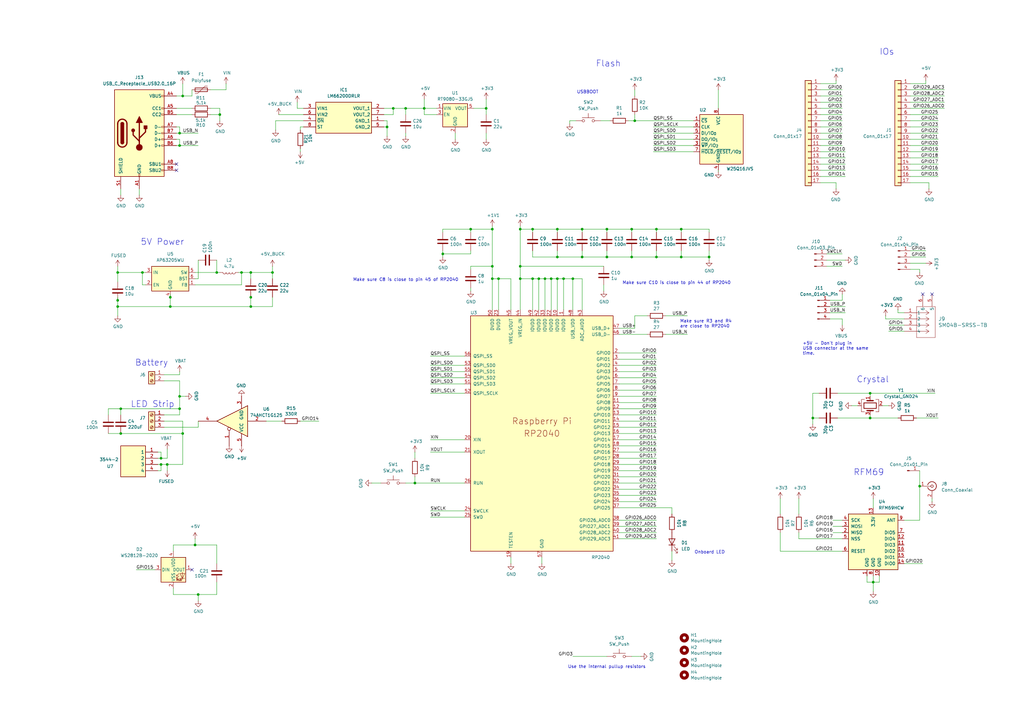
<source format=kicad_sch>
(kicad_sch (version 20250114) (generator "eeschema") (generator_version "9.0")
  (paper "A3")
  (title_block (title "PicoLume Receiver") (date "2024-11-05") (rev "REV1") (company "Bradford Henson") (comment 1 "Based on Pi Pico Minimal Design"))
  (text "Use the internal pullup resistors" (at 232.918 274.32 0) (effects (font (size 1.27 1.27)) (justify left bottom)))
  (text "RFM69" (at 350.012 195.326 0) (effects (font (size 2.54 2.54)) (justify left bottom)))
  (text "IOs" (at 360.68 22.86 0) (effects (font (size 2.54 2.54)) (justify left bottom)))
  (text "Crystal" (at 351.282 157.226 0) (effects (font (size 2.54 2.54)) (justify left bottom)))
  (text "Make sure C8 is close to pin 45 of RP2040" (at 144.78 115.57 0) (effects (font (size 1.27 1.27)) (justify left bottom)))
  (text "+5V - Don't plug in\nUSB connector at the same\ntime." (at 329.184 145.796 0) (effects (font (size 1.27 1.27)) (justify left bottom)))
  (text "Battery" (at 55.372 150.368 0) (effects (font (size 2.54 2.54)) (justify left bottom)))
  (text "LED Strip" (at 53.594 167.386 0) (effects (font (size 2.54 2.54)) (justify left bottom)))
  (text "USBBOOT" (at 241.046 37.846 0) (effects (font (size 1.27 1.27))))
  (text "Make sure C10 is close to pin 44 of RP2040" (at 255.27 116.84 0) (effects (font (size 1.27 1.27)) (justify left bottom)))
  (text "Onboard LED" (at 291.084 226.568 0) (effects (font (size 1.27 1.27))))
  (text "Make sure R3 and R4 \nare close to RP2040" (at 278.892 134.62 0) (effects (font (size 1.27 1.27)) (justify left bottom)))
  (text "5V Power" (at 57.658 100.838 0) (effects (font (size 2.54 2.54)) (justify left bottom)))
  (text "Flash" (at 244.348 27.686 0) (effects (font (size 2.54 2.54)) (justify left bottom)))
  (junction (at 269.24 105.41))
  (junction (at 259.08 93.98))
  (junction (at 226.06 114.3))
  (junction (at 223.52 114.3))
  (junction (at 73.66 167.64))
  (junction (at 201.93 109.22))
  (junction (at 213.36 109.22))
  (junction (at 193.04 93.98))
  (junction (at 213.36 114.3))
  (junction (at 90.17 46.99))
  (junction (at 99.06 111.76))
  (junction (at 49.53 177.8))
  (junction (at 88.9 111.76))
  (junction (at 333.375 171.45))
  (junction (at 161.29 44.45))
  (junction (at 166.37 44.45))
  (junction (at 201.93 114.3))
  (junction (at 204.47 114.3))
  (junction (at 228.6 114.3))
  (junction (at 80.01 223.52))
  (junction (at 181.61 104.14))
  (junction (at 102.87 125.73))
  (junction (at 248.92 105.41))
  (junction (at 228.6 105.41))
  (junction (at 356.87 171.45))
  (junction (at 238.76 93.98))
  (junction (at 111.76 111.76))
  (junction (at 48.26 125.73))
  (junction (at 49.53 167.64))
  (junction (at 69.85 125.73))
  (junction (at 290.83 105.41))
  (junction (at 58.42 111.76))
  (junction (at 269.24 93.98))
  (junction (at 66.04 190.5))
  (junction (at 248.92 93.98))
  (junction (at 102.87 121.92))
  (junction (at 102.87 111.76))
  (junction (at 356.87 161.29))
  (junction (at 218.44 93.98))
  (junction (at 173.99 44.45))
  (junction (at 73.66 59.69))
  (junction (at 201.93 93.98))
  (junction (at 158.75 52.07))
  (junction (at 69.85 121.92))
  (junction (at 48.26 123.19))
  (junction (at 68.58 190.5))
  (junction (at 48.26 111.76))
  (junction (at 74.93 39.37))
  (junction (at 66.04 187.96))
  (junction (at 259.08 105.41))
  (junction (at 199.39 44.45))
  (junction (at 231.14 114.3))
  (junction (at 260.35 49.53))
  (junction (at 279.4 105.41))
  (junction (at 74.93 177.8))
  (junction (at 377.19 199.39))
  (junction (at 279.4 93.98))
  (junction (at 220.98 114.3))
  (junction (at 213.36 93.98))
  (junction (at 218.44 114.3))
  (junction (at 238.76 105.41))
  (junction (at 358.14 238.76))
  (junction (at 81.28 243.84))
  (junction (at 170.18 198.12))
  (junction (at 73.66 162.56))
  (junction (at 228.6 93.98))
  (junction (at 234.95 114.3))
  (junction (at 73.66 54.61))
  (no_connect (at 378.46 120.65))
  (no_connect (at 72.39 67.31))
  (no_connect (at 72.39 69.85))
  (no_connect (at 78.74 233.68))
  (no_connect (at 382.27 120.65))
  (wire (pts (xy 340.36 130.81) (xy 345.44 130.81)))
  (wire (pts (xy 364.49 135.89) (xy 370.84 135.89)))
  (wire (pts (xy 259.08 93.98) (xy 269.24 93.98)))
  (wire (pts (xy 166.37 54.61) (xy 166.37 55.88)))
  (wire (pts (xy 223.52 114.3) (xy 226.06 114.3)))
  (wire (pts (xy 201.93 114.3) (xy 201.93 127)))
  (wire (pts (xy 254 170.18) (xy 269.24 170.18)))
  (wire (pts (xy 67.31 170.18) (xy 73.66 170.18)))
  (wire (pts (xy 181.61 104.14) (xy 193.04 104.14)))
  (wire (pts (xy 248.92 93.98) (xy 259.08 93.98)))
  (wire (pts (xy 260.35 129.54) (xy 260.35 134.62)))
  (wire (pts (xy 358.14 236.22) (xy 358.14 238.76)))
  (wire (pts (xy 102.87 121.92) (xy 102.87 125.73)))
  (wire (pts (xy 279.4 93.98) (xy 290.83 93.98)))
  (wire (pts (xy 199.39 40.64) (xy 199.39 44.45)))
  (wire (pts (xy 238.76 105.41) (xy 248.92 105.41)))
  (wire (pts (xy 102.87 125.73) (xy 69.85 125.73)))
  (wire (pts (xy 97.79 111.76) (xy 99.06 111.76)))
  (wire (pts (xy 356.87 170.18) (xy 356.87 171.45)))
  (wire (pts (xy 199.39 54.61) (xy 199.39 57.15)))
  (wire (pts (xy 231.14 114.3) (xy 234.95 114.3)))
  (wire (pts (xy 290.83 102.87) (xy 290.83 105.41)))
  (wire (pts (xy 284.48 62.23) (xy 267.97 62.23)))
  (wire (pts (xy 373.38 59.69) (xy 384.81 59.69)))
  (wire (pts (xy 109.22 172.72) (xy 115.57 172.72)))
  (wire (pts (xy 238.76 95.25) (xy 238.76 93.98)))
  (wire (pts (xy 340.36 125.73) (xy 346.71 125.73)))
  (wire (pts (xy 201.93 92.71) (xy 201.93 93.98)))
  (wire (pts (xy 254 182.88) (xy 269.24 182.88)))
  (wire (pts (xy 246.38 49.53) (xy 250.19 49.53)))
  (wire (pts (xy 166.37 198.12) (xy 170.18 198.12)))
  (wire (pts (xy 336.55 36.83) (xy 345.44 36.83)))
  (wire (pts (xy 373.38 49.53) (xy 384.81 49.53)))
  (wire (pts (xy 373.38 107.95) (xy 379.73 107.95)))
  (wire (pts (xy 72.39 57.15) (xy 73.66 57.15)))
  (wire (pts (xy 228.6 105.41) (xy 218.44 105.41)))
  (wire (pts (xy 373.38 74.93) (xy 381 74.93)))
  (wire (pts (xy 254 208.28) (xy 275.59 208.28)))
  (wire (pts (xy 361.95 166.37) (xy 364.49 166.37)))
  (wire (pts (xy 327.66 218.44) (xy 327.66 220.98)))
  (wire (pts (xy 218.44 114.3) (xy 220.98 114.3)))
  (wire (pts (xy 123.19 172.72) (xy 130.81 172.72)))
  (wire (pts (xy 80.01 116.84) (xy 99.06 116.84)))
  (wire (pts (xy 254 203.2) (xy 269.24 203.2)))
  (wire (pts (xy 254 137.16) (xy 265.43 137.16)))
  (wire (pts (xy 74.93 190.5) (xy 68.58 190.5)))
  (wire (pts (xy 254 144.78) (xy 269.24 144.78)))
  (wire (pts (xy 267.97 52.07) (xy 284.48 52.07)))
  (wire (pts (xy 327.66 204.47) (xy 327.66 210.82)))
  (wire (pts (xy 273.05 129.54) (xy 281.94 129.54)))
  (wire (pts (xy 234.95 114.3) (xy 238.76 114.3)))
  (wire (pts (xy 209.55 127) (xy 209.55 114.3)))
  (wire (pts (xy 72.39 46.99) (xy 78.74 46.99)))
  (wire (pts (xy 238.76 102.87) (xy 238.76 105.41)))
  (wire (pts (xy 373.38 57.15) (xy 384.81 57.15)))
  (wire (pts (xy 254 149.86) (xy 269.24 149.86)))
  (wire (pts (xy 44.45 177.8) (xy 49.53 177.8)))
  (wire (pts (xy 201.93 109.22) (xy 201.93 114.3)))
  (wire (pts (xy 364.49 133.35) (xy 370.84 133.35)))
  (wire (pts (xy 74.93 172.72) (xy 74.93 177.8)))
  (wire (pts (xy 74.93 177.8) (xy 74.93 190.5)))
  (wire (pts (xy 269.24 105.41) (xy 279.4 105.41)))
  (wire (pts (xy 233.68 49.53) (xy 233.68 50.8)))
  (wire (pts (xy 99.06 111.76) (xy 102.87 111.76)))
  (wire (pts (xy 181.61 93.98) (xy 193.04 93.98)))
  (wire (pts (xy 341.63 213.36) (xy 345.44 213.36)))
  (wire (pts (xy 254 218.44) (xy 269.24 218.44)))
  (wire (pts (xy 260.35 46.99) (xy 260.35 49.53)))
  (wire (pts (xy 88.9 111.76) (xy 90.17 111.76)))
  (wire (pts (xy 173.99 46.99) (xy 173.99 44.45)))
  (wire (pts (xy 66.04 187.96) (xy 68.58 187.96)))
  (wire (pts (xy 336.55 62.23) (xy 346.71 62.23)))
  (wire (pts (xy 64.77 193.04) (xy 66.04 193.04)))
  (wire (pts (xy 48.26 111.76) (xy 58.42 111.76)))
  (wire (pts (xy 327.66 220.98) (xy 345.44 220.98)))
  (wire (pts (xy 181.61 102.87) (xy 181.61 104.14)))
  (wire (pts (xy 336.55 74.93) (xy 342.9 74.93)))
  (wire (pts (xy 64.77 185.42) (xy 66.04 185.42)))
  (wire (pts (xy 157.48 52.07) (xy 158.75 52.07)))
  (wire (pts (xy 173.99 44.45) (xy 179.07 44.45)))
  (wire (pts (xy 99.06 116.84) (xy 99.06 111.76)))
  (wire (pts (xy 176.53 157.48) (xy 190.5 157.48)))
  (wire (pts (xy 88.9 238.76) (xy 88.9 243.84)))
  (wire (pts (xy 238.76 114.3) (xy 238.76 127)))
  (wire (pts (xy 193.04 93.98) (xy 201.93 93.98)))
  (wire (pts (xy 67.31 175.26) (xy 81.28 175.26)))
  (wire (pts (xy 57.15 77.47) (xy 57.15 80.01)))
  (wire (pts (xy 213.36 109.22) (xy 247.65 109.22)))
  (wire (pts (xy 294.64 70.485) (xy 294.64 69.85)))
  (wire (pts (xy 223.52 127) (xy 223.52 114.3)))
  (wire (pts (xy 158.75 49.53) (xy 158.75 52.07)))
  (wire (pts (xy 121.92 41.91) (xy 121.92 44.45)))
  (wire (pts (xy 201.93 93.98) (xy 201.93 109.22)))
  (wire (pts (xy 48.26 125.73) (xy 48.26 129.54)))
  (wire (pts (xy 336.55 72.39) (xy 346.71 72.39)))
  (wire (pts (xy 373.38 39.37) (xy 387.35 39.37)))
  (wire (pts (xy 123.19 52.07) (xy 124.46 52.07)))
  (wire (pts (xy 69.85 120.65) (xy 69.85 121.92)))
  (wire (pts (xy 176.53 152.4) (xy 190.5 152.4)))
  (wire (pts (xy 88.9 111.76) (xy 88.9 106.68)))
  (wire (pts (xy 226.06 114.3) (xy 228.6 114.3)))
  (wire (pts (xy 48.26 125.73) (xy 69.85 125.73)))
  (wire (pts (xy 218.44 93.98) (xy 228.6 93.98)))
  (wire (pts (xy 358.14 238.76) (xy 360.68 238.76)))
  (wire (pts (xy 259.08 95.25) (xy 259.08 93.98)))
  (wire (pts (xy 49.53 167.64) (xy 73.66 167.64)))
  (wire (pts (xy 113.03 49.53) (xy 113.03 53.34)))
  (wire (pts (xy 80.01 111.76) (xy 88.9 111.76)))
  (wire (pts (xy 194.31 44.45) (xy 199.39 44.45)))
  (wire (pts (xy 284.48 57.15) (xy 267.97 57.15)))
  (wire (pts (xy 69.85 121.92) (xy 69.85 125.73)))
  (wire (pts (xy 49.53 77.47) (xy 49.53 80.01)))
  (wire (pts (xy 157.48 46.99) (xy 161.29 46.99)))
  (wire (pts (xy 81.28 243.84) (xy 81.28 246.38)))
  (wire (pts (xy 73.66 162.56) (xy 73.66 167.64)))
  (wire (pts (xy 179.07 46.99) (xy 173.99 46.99)))
  (wire (pts (xy 218.44 95.25) (xy 218.44 93.98)))
  (wire (pts (xy 166.37 46.99) (xy 166.37 44.45)))
  (wire (pts (xy 213.36 93.98) (xy 218.44 93.98)))
  (wire (pts (xy 231.14 114.3) (xy 231.14 127)))
  (wire (pts (xy 373.38 110.49) (xy 377.19 110.49)))
  (wire (pts (xy 220.98 127) (xy 220.98 114.3)))
  (wire (pts (xy 68.58 190.5) (xy 68.58 193.04)))
  (wire (pts (xy 102.87 111.76) (xy 111.76 111.76)))
  (wire (pts (xy 340.36 123.19) (xy 345.44 123.19)))
  (wire (pts (xy 339.09 106.68) (xy 346.71 106.68)))
  (wire (pts (xy 333.375 171.45) (xy 333.375 173.99)))
  (wire (pts (xy 336.55 49.53) (xy 345.44 49.53)))
  (wire (pts (xy 254 134.62) (xy 260.35 134.62)))
  (wire (pts (xy 368.3 127) (xy 368.3 128.27)))
  (wire (pts (xy 102.87 120.65) (xy 102.87 121.92)))
  (wire (pts (xy 336.55 46.99) (xy 345.44 46.99)))
  (wire (pts (xy 213.36 93.98) (xy 213.36 109.22)))
  (wire (pts (xy 190.5 185.42) (xy 176.53 185.42)))
  (wire (pts (xy 123.19 52.07) (xy 123.19 53.34)))
  (wire (pts (xy 370.84 231.14) (xy 378.46 231.14)))
  (wire (pts (xy 73.66 57.15) (xy 73.66 59.69)))
  (wire (pts (xy 373.38 52.07) (xy 384.81 52.07)))
  (wire (pts (xy 190.5 146.05) (xy 176.53 146.05)))
  (wire (pts (xy 59.69 116.84) (xy 58.42 116.84)))
  (wire (pts (xy 279.4 102.87) (xy 279.4 105.41)))
  (wire (pts (xy 73.66 152.4) (xy 73.66 153.67)))
  (wire (pts (xy 375.92 171.45) (xy 384.81 171.45)))
  (wire (pts (xy 71.12 241.3) (xy 71.12 243.84)))
  (wire (pts (xy 86.36 44.45) (xy 90.17 44.45)))
  (wire (pts (xy 336.55 54.61) (xy 345.44 54.61)))
  (wire (pts (xy 49.53 177.8) (xy 74.93 177.8)))
  (wire (pts (xy 355.6 238.76) (xy 358.14 238.76)))
  (wire (pts (xy 220.98 114.3) (xy 223.52 114.3)))
  (wire (pts (xy 254 180.34) (xy 269.24 180.34)))
  (wire (pts (xy 254 160.02) (xy 269.24 160.02)))
  (wire (pts (xy 373.38 36.83) (xy 387.35 36.83)))
  (wire (pts (xy 193.04 104.14) (xy 193.04 102.87)))
  (wire (pts (xy 228.6 95.25) (xy 228.6 93.98)))
  (wire (pts (xy 254 213.36) (xy 269.24 213.36)))
  (wire (pts (xy 72.39 39.37) (xy 74.93 39.37)))
  (wire (pts (xy 238.76 93.98) (xy 248.92 93.98)))
  (wire (pts (xy 213.36 109.22) (xy 213.36 114.3)))
  (wire (pts (xy 80.01 223.52) (xy 71.12 223.52)))
  (wire (pts (xy 72.39 59.69) (xy 73.66 59.69)))
  (wire (pts (xy 373.38 54.61) (xy 384.81 54.61)))
  (wire (pts (xy 86.36 36.83) (xy 92.71 36.83)))
  (wire (pts (xy 213.36 92.71) (xy 213.36 93.98)))
  (wire (pts (xy 64.77 190.5) (xy 66.04 190.5)))
  (wire (pts (xy 58.42 116.84) (xy 58.42 111.76)))
  (wire (pts (xy 66.04 193.04) (xy 66.04 190.5)))
  (wire (pts (xy 81.28 114.3) (xy 81.28 106.68)))
  (wire (pts (xy 254 162.56) (xy 269.24 162.56)))
  (wire (pts (xy 193.04 110.49) (xy 193.04 109.22)))
  (wire (pts (xy 284.48 59.69) (xy 267.97 59.69)))
  (wire (pts (xy 80.01 114.3) (xy 81.28 114.3)))
  (wire (pts (xy 373.38 102.87) (xy 379.73 102.87)))
  (wire (pts (xy 111.76 111.76) (xy 111.76 109.22)))
  (wire (pts (xy 320.04 204.47) (xy 320.04 210.82)))
  (wire (pts (xy 157.48 44.45) (xy 161.29 44.45)))
  (wire (pts (xy 86.36 46.99) (xy 90.17 46.99)))
  (wire (pts (xy 257.81 49.53) (xy 260.35 49.53)))
  (wire (pts (xy 161.29 46.99) (xy 161.29 44.45)))
  (wire (pts (xy 356.87 161.29) (xy 383.54 161.29)))
  (wire (pts (xy 341.63 215.9) (xy 345.44 215.9)))
  (wire (pts (xy 72.39 52.07) (xy 73.66 52.07)))
  (wire (pts (xy 254 220.98) (xy 269.24 220.98)))
  (wire (pts (xy 373.38 69.85) (xy 384.81 69.85)))
  (wire (pts (xy 111.76 111.76) (xy 111.76 114.3)))
  (wire (pts (xy 336.55 34.29) (xy 342.9 34.29)))
  (wire (pts (xy 186.69 54.61) (xy 186.69 57.15)))
  (wire (pts (xy 170.18 195.58) (xy 170.18 198.12)))
  (wire (pts (xy 158.75 52.07) (xy 158.75 55.88)))
  (wire (pts (xy 373.38 64.77) (xy 384.81 64.77)))
  (wire (pts (xy 228.6 102.87) (xy 228.6 105.41)))
  (wire (pts (xy 124.46 49.53) (xy 113.03 49.53)))
  (wire (pts (xy 204.47 127) (xy 204.47 114.3)))
  (wire (pts (xy 49.53 167.64) (xy 49.53 170.18)))
  (wire (pts (xy 236.22 49.53) (xy 233.68 49.53)))
  (wire (pts (xy 157.48 49.53) (xy 158.75 49.53)))
  (wire (pts (xy 336.55 39.37) (xy 345.44 39.37)))
  (wire (pts (xy 80.01 220.98) (xy 80.01 223.52)))
  (wire (pts (xy 81.28 175.26) (xy 81.28 172.72)))
  (wire (pts (xy 90.17 44.45) (xy 90.17 46.99)))
  (wire (pts (xy 111.76 121.92) (xy 111.76 125.73)))
  (wire (pts (xy 259.08 102.87) (xy 259.08 105.41)))
  (wire (pts (xy 341.63 218.44) (xy 345.44 218.44)))
  (wire (pts (xy 73.66 59.69) (xy 81.28 59.69)))
  (wire (pts (xy 152.4 198.12) (xy 156.21 198.12)))
  (wire (pts (xy 275.59 226.06) (xy 275.59 229.87)))
  (wire (pts (xy 247.65 116.84) (xy 247.65 119.38)))
  (wire (pts (xy 377.19 110.49) (xy 377.19 111.76)))
  (wire (pts (xy 254 165.1) (xy 269.24 165.1)))
  (wire (pts (xy 336.55 69.85) (xy 346.71 69.85)))
  (wire (pts (xy 71.12 223.52) (xy 71.12 226.06)))
  (wire (pts (xy 228.6 127) (xy 228.6 114.3)))
  (wire (pts (xy 343.535 171.45) (xy 356.87 171.45)))
  (wire (pts (xy 363.22 130.81) (xy 370.84 130.81)))
  (wire (pts (xy 248.92 105.41) (xy 259.08 105.41)))
  (wire (pts (xy 335.915 171.45) (xy 333.375 171.45)))
  (wire (pts (xy 102.87 111.76) (xy 102.87 114.3)))
  (wire (pts (xy 259.08 105.41) (xy 269.24 105.41)))
  (wire (pts (xy 254 152.4) (xy 269.24 152.4)))
  (wire (pts (xy 370.84 213.36) (xy 377.19 213.36)))
  (wire (pts (xy 55.88 233.68) (xy 63.5 233.68)))
  (wire (pts (xy 279.4 95.25) (xy 279.4 93.98)))
  (wire (pts (xy 190.5 212.09) (xy 176.53 212.09)))
  (wire (pts (xy 320.04 218.44) (xy 320.04 226.06)))
  (wire (pts (xy 360.68 236.22) (xy 360.68 238.76)))
  (wire (pts (xy 88.9 223.52) (xy 80.01 223.52)))
  (wire (pts (xy 290.83 105.41) (xy 290.83 106.68)))
  (wire (pts (xy 290.83 93.98) (xy 290.83 95.25)))
  (wire (pts (xy 254 190.5) (xy 269.24 190.5)))
  (wire (pts (xy 170.18 198.12) (xy 190.5 198.12)))
  (wire (pts (xy 190.5 161.29) (xy 176.53 161.29)))
  (wire (pts (xy 74.93 39.37) (xy 78.74 39.37)))
  (wire (pts (xy 222.25 228.6) (xy 222.25 231.14)))
  (wire (pts (xy 358.14 238.76) (xy 358.14 242.57)))
  (wire (pts (xy 342.9 34.29) (xy 342.9 33.02)))
  (wire (pts (xy 90.17 46.99) (xy 90.17 49.53)))
  (wire (pts (xy 199.39 44.45) (xy 199.39 46.99)))
  (wire (pts (xy 193.04 109.22) (xy 201.93 109.22)))
  (wire (pts (xy 254 187.96) (xy 269.24 187.96)))
  (wire (pts (xy 284.48 54.61) (xy 267.97 54.61)))
  (wire (pts (xy 234.95 269.24) (xy 248.92 269.24)))
  (wire (pts (xy 72.39 44.45) (xy 78.74 44.45)))
  (wire (pts (xy 373.38 41.91) (xy 387.35 41.91)))
  (wire (pts (xy 262.89 269.24) (xy 259.08 269.24)))
  (wire (pts (xy 218.44 102.87) (xy 218.44 105.41)))
  (wire (pts (xy 173.99 40.64) (xy 173.99 44.45)))
  (wire (pts (xy 368.3 128.27) (xy 370.84 128.27)))
  (wire (pts (xy 339.09 104.14) (xy 345.44 104.14)))
  (wire (pts (xy 111.76 125.73) (xy 102.87 125.73)))
  (wire (pts (xy 209.55 228.6) (xy 209.55 231.14)))
  (wire (pts (xy 356.87 171.45) (xy 368.3 171.45)))
  (wire (pts (xy 161.29 44.45) (xy 166.37 44.45)))
  (wire (pts (xy 66.04 185.42) (xy 66.04 187.96)))
  (wire (pts (xy 254 193.04) (xy 269.24 193.04)))
  (wire (pts (xy 73.66 54.61) (xy 81.28 54.61)))
  (wire (pts (xy 336.55 44.45) (xy 345.44 44.45)))
  (wire (pts (xy 336.55 41.91) (xy 345.44 41.91)))
  (wire (pts (xy 336.55 59.69) (xy 345.44 59.69)))
  (wire (pts (xy 335.915 161.29) (xy 333.375 161.29)))
  (wire (pts (xy 254 172.72) (xy 269.24 172.72)))
  (wire (pts (xy 382.27 204.47) (xy 382.27 205.74)))
  (wire (pts (xy 254 198.12) (xy 269.24 198.12)))
  (wire (pts (xy 204.47 114.3) (xy 201.93 114.3)))
  (wire (pts (xy 355.6 236.22) (xy 355.6 238.76)))
  (wire (pts (xy 373.38 72.39) (xy 384.81 72.39)))
  (wire (pts (xy 379.73 34.29) (xy 373.38 34.29)))
  (wire (pts (xy 273.05 137.16) (xy 281.94 137.16)))
  (wire (pts (xy 68.58 184.15) (xy 68.58 187.96)))
  (wire (pts (xy 345.44 130.81) (xy 345.44 133.35)))
  (wire (pts (xy 381 74.93) (xy 381 77.47)))
  (wire (pts (xy 254 177.8) (xy 269.24 177.8)))
  (wire (pts (xy 333.375 161.29) (xy 333.375 171.45)))
  (wire (pts (xy 44.45 167.64) (xy 49.53 167.64)))
  (wire (pts (xy 279.4 105.41) (xy 290.83 105.41)))
  (wire (pts (xy 73.66 156.21) (xy 73.66 162.56)))
  (wire (pts (xy 176.53 149.86) (xy 190.5 149.86)))
  (wire (pts (xy 377.19 213.36) (xy 377.19 199.39)))
  (wire (pts (xy 356.87 161.29) (xy 356.87 162.56)))
  (wire (pts (xy 88.9 243.84) (xy 81.28 243.84)))
  (wire (pts (xy 254 167.64) (xy 269.24 167.64)))
  (wire (pts (xy 336.55 52.07) (xy 345.44 52.07)))
  (wire (pts (xy 228.6 93.98) (xy 238.76 93.98)))
  (wire (pts (xy 92.71 36.83) (xy 92.71 34.29)))
  (wire (pts (xy 66.04 190.5) (xy 68.58 190.5)))
  (wire (pts (xy 254 185.42) (xy 269.24 185.42)))
  (wire (pts (xy 213.36 114.3) (xy 218.44 114.3)))
  (wire (pts (xy 181.61 95.25) (xy 181.61 93.98)))
  (wire (pts (xy 72.39 54.61) (xy 73.66 54.61)))
  (wire (pts (xy 260.35 129.54) (xy 265.43 129.54)))
  (wire (pts (xy 67.31 172.72) (xy 74.93 172.72)))
  (wire (pts (xy 181.61 104.14) (xy 181.61 105.41)))
  (wire (pts (xy 269.24 102.87) (xy 269.24 105.41)))
  (wire (pts (xy 373.38 44.45) (xy 387.35 44.45)))
  (wire (pts (xy 345.44 123.19) (xy 345.44 120.65)))
  (wire (pts (xy 176.53 180.34) (xy 190.5 180.34)))
  (wire (pts (xy 64.77 187.96) (xy 66.04 187.96)))
  (wire (pts (xy 254 175.26) (xy 269.24 175.26)))
  (wire (pts (xy 336.55 67.31) (xy 346.71 67.31)))
  (wire (pts (xy 123.19 60.96) (xy 123.19 62.23)))
  (wire (pts (xy 176.53 154.94) (xy 190.5 154.94)))
  (wire (pts (xy 339.09 109.22) (xy 345.44 109.22)))
  (wire (pts (xy 254 157.48) (xy 269.24 157.48)))
  (wire (pts (xy 340.36 128.27) (xy 346.71 128.27)))
  (wire (pts (xy 254 200.66) (xy 269.24 200.66)))
  (wire (pts (xy 320.04 226.06) (xy 345.44 226.06)))
  (wire (pts (xy 254 147.32) (xy 269.24 147.32)))
  (wire (pts (xy 88.9 231.14) (xy 88.9 223.52)))
  (wire (pts (xy 373.38 105.41) (xy 379.73 105.41)))
  (wire (pts (xy 228.6 114.3) (xy 231.14 114.3)))
  (wire (pts (xy 260.35 49.53) (xy 284.48 49.53)))
  (wire (pts (xy 218.44 127) (xy 218.44 114.3)))
  (wire (pts (xy 170.18 185.42) (xy 170.18 187.96)))
  (wire (pts (xy 114.3 46.99) (xy 124.46 46.99)))
  (wire (pts (xy 336.55 64.77) (xy 346.71 64.77)))
  (wire (pts (xy 269.24 93.98) (xy 279.4 93.98)))
  (wire (pts (xy 73.66 167.64) (xy 73.66 170.18)))
  (wire (pts (xy 58.42 111.76) (xy 59.69 111.76)))
  (wire (pts (xy 67.31 156.21) (xy 73.66 156.21)))
  (wire (pts (xy 373.38 67.31) (xy 384.81 67.31)))
  (wire (pts (xy 48.26 121.92) (xy 48.26 123.19)))
  (wire (pts (xy 260.35 36.83) (xy 260.35 39.37)))
  (wire (pts (xy 228.6 105.41) (xy 238.76 105.41)))
  (wire (pts (xy 226.06 127) (xy 226.06 114.3)))
  (wire (pts (xy 373.38 62.23) (xy 384.81 62.23)))
  (wire (pts (xy 193.04 95.25) (xy 193.04 93.98)))
  (wire (pts (xy 67.31 153.67) (xy 73.66 153.67)))
  (wire (pts (xy 74.93 34.29) (xy 74.93 39.37)))
  (wire (pts (xy 76.2 162.56) (xy 73.66 162.56)))
  (wire (pts (xy 209.55 114.3) (xy 204.47 114.3)))
  (wire (pts (xy 342.9 74.93) (xy 342.9 77.47)))
  (wire (pts (xy 363.22 129.54) (xy 363.22 130.81)))
  (wire (pts (xy 336.55 57.15) (xy 345.44 57.15)))
  (wire (pts (xy 269.24 95.25) (xy 269.24 93.98)))
  (wire (pts (xy 248.92 102.87) (xy 248.92 105.41)))
  (wire (pts (xy 254 195.58) (xy 269.24 195.58)))
  (wire (pts (xy 78.74 39.37) (xy 78.74 36.83)))
  (wire (pts (xy 254 205.74) (xy 269.24 205.74)))
  (wire (pts (xy 275.59 208.28) (xy 275.59 210.82)))
  (wire (pts (xy 234.95 127) (xy 234.95 114.3)))
  (wire (pts (xy 349.25 166.37) (xy 351.79 166.37)))
  (wire (pts (xy 248.92 95.25) (xy 248.92 93.98)))
  (wire (pts (xy 48.26 123.19) (xy 48.26 125.73)))
  (wire (pts (xy 358.14 204.47) (xy 358.14 208.28)))
  (wire (pts (xy 190.5 209.55) (xy 176.53 209.55)))
  (wire (pts (xy 48.26 109.22) (xy 48.26 111.76)))
  (wire (pts (xy 379.73 33.02) (xy 379.73 34.29)))
  (wire (pts (xy 44.45 170.18) (xy 44.45 167.64)))
  (wire (pts (xy 213.36 127) (xy 213.36 114.3)))
  (wire (pts (xy 193.04 118.11) (xy 193.04 119.38)))
  (wire (pts (xy 173.99 44.45) (xy 166.37 44.45)))
  (wire (pts (xy 254 215.9) (xy 269.24 215.9)))
  (wire (pts (xy 254 154.94) (xy 269.24 154.94)))
  (wire (pts (xy 81.28 243.84) (xy 71.12 243.84)))
  (wire (pts (xy 48.26 111.76) (xy 48.26 115.57)))
  (wire (pts (xy 377.19 193.04) (xy 377.19 199.39)))
  (wire (pts (xy 73.66 52.07) (xy 73.66 54.61)))
  (wire (pts (xy 294.64 36.83) (xy 294.64 44.45)))
  (wire (pts (xy 373.38 46.99) (xy 384.81 46.99)))
  (wire (pts (xy 121.92 44.45) (xy 124.46 44.45)))
  (wire (pts (xy 343.535 161.29) (xy 356.87 161.29)))
  (label "XOUT" (at 384.81 171.45 180))
  (label "GPIO21" (at 341.63 226.06 180))
  (label "GPIO24" (at 384.81 49.53 180))
  (label "GPIO29_ADC3" (at 387.35 36.83 180))
  (label "GPIO3" (at 345.44 44.45 180))
  (label "GPIO5" (at 364.49 135.89 0))
  (label "QSPI_SS" (at 267.97 49.53 0))
  (label "QSPI_SD3" (at 267.97 62.23 0))
  (label "USB_N" (at 81.28 54.61 180))
  (label "GPIO7" (at 345.44 54.61 180))
  (label "QSPI_SD2" (at 176.53 154.94 0))
  (label "GPIO4" (at 269.24 154.94 180))
  (label "GPIO18" (at 341.63 213.36 180))
  (label "GPIO21" (at 384.81 57.15 180))
  (label "RUN" (at 176.53 198.12 0))
  (label "USB_P" (at 346.71 125.73 180))
  (label "XOUT" (at 176.53 185.42 0))
  (label "GPIO10" (at 346.71 62.23 180))
  (label "GPIO29_ADC3" (at 269.24 220.98 180))
  (label "QSPI_SD1" (at 176.53 152.4 0))
  (label "GPIO3" (at 234.95 269.24 180))
  (label "GPIO13" (at 269.24 177.8 180))
  (label "GPIO5" (at 379.73 105.41 180))
  (label "GPIO6" (at 269.24 160.02 180))
  (label "GPIO28_ADC2" (at 387.35 39.37 180))
  (label "SWD" (at 176.53 212.09 0))
  (label "GPIO20" (at 269.24 195.58 180))
  (label "QSPI_SD1" (at 267.97 57.15 0))
  (label "QSPI_SD3" (at 176.53 157.48 0))
  (label "GPIO6" (at 345.44 52.07 180))
  (label "GPIO17" (at 341.63 220.98 180))
  (label "SWD" (at 345.44 109.22 180))
  (label "GPIO18" (at 269.24 190.5 180))
  (label "GPIO25" (at 269.24 208.28 180))
  (label "GPIO2" (at 345.44 41.91 180))
  (label "GPIO1" (at 345.44 39.37 180))
  (label "GPIO19" (at 341.63 215.9 180))
  (label "GPIO0" (at 269.24 144.78 180))
  (label "USB_P" (at 81.28 59.69 180))
  (label "GPIO8" (at 345.44 57.15 180))
  (label "GPIO11" (at 346.71 64.77 180))
  (label "GPIO21" (at 269.24 198.12 180))
  (label "GPIO11" (at 269.24 172.72 180))
  (label "GPIO17" (at 384.81 67.31 180))
  (label "GPIO27_ADC1" (at 269.24 215.9 180))
  (label "GPIO1" (at 269.24 147.32 180))
  (label "XIN" (at 383.54 161.29 180))
  (label "GPIO16" (at 341.63 218.44 180))
  (label "GPIO4" (at 345.44 46.99 180))
  (label "GPIO14" (at 269.24 180.34 180))
  (label "GPIO3" (at 269.24 152.4 180))
  (label "USB_N" (at 281.94 137.16 180))
  (label "GPIO10" (at 269.24 170.18 180))
  (label "GPIO23" (at 269.24 203.2 180))
  (label "SWCLK" (at 176.53 209.55 0))
  (label "GPIO9" (at 345.44 59.69 180))
  (label "QSPI_SCLK" (at 176.53 161.29 0))
  (label "USB+" (at 255.27 134.62 0))
  (label "GPIO27_ADC1" (at 387.35 41.91 180))
  (label "GPIO25" (at 384.81 46.99 180))
  (label "GPIO12" (at 346.71 67.31 180))
  (label "USB-" (at 255.27 137.16 0))
  (label "QSPI_SD0" (at 176.53 149.86 0))
  (label "GPIO5" (at 345.44 49.53 180))
  (label "GPIO17" (at 269.24 187.96 180))
  (label "GPIO18" (at 384.81 64.77 180))
  (label "GPIO2" (at 269.24 149.86 180))
  (label "GPIO9" (at 269.24 167.64 180))
  (label "GPIO15" (at 269.24 182.88 180))
  (label "GPIO4" (at 364.49 133.35 0))
  (label "GPIO12" (at 269.24 175.26 180))
  (label "GPIO24" (at 269.24 205.74 180))
  (label "GPIO5" (at 269.24 157.48 180))
  (label "GPIO22" (at 269.24 200.66 180))
  (label "GPIO19" (at 269.24 193.04 180))
  (label "QSPI_SS" (at 176.53 146.05 0))
  (label "USB_N" (at 346.71 128.27 180))
  (label "QSPI_SD2" (at 267.97 59.69 0))
  (label "QSPI_SD0" (at 267.97 54.61 0))
  (label "GPIO20" (at 378.46 231.14 180))
  (label "SWCLK" (at 345.44 104.14 180))
  (label "QSPI_SCLK" (at 267.97 52.07 0))
  (label "USB_P" (at 281.94 129.54 180))
  (label "GPIO15" (at 55.88 233.68 0))
  (label "GPIO20" (at 384.81 59.69 180))
  (label "GPIO26_ADC0" (at 269.24 213.36 180))
  (label "GPIO28_ADC2" (at 269.24 218.44 180))
  (label "GPIO14" (at 130.81 172.72 180))
  (label "GPIO16" (at 269.24 185.42 180))
  (label "GPIO8" (at 269.24 165.1 180))
  (label "XIN" (at 176.53 180.34 0))
  (label "GPIO23" (at 384.81 52.07 180))
  (label "GPIO22" (at 384.81 54.61 180))
  (label "GPIO15" (at 384.81 72.39 180))
  (label "GPIO16" (at 384.81 69.85 180))
  (label "GPIO26_ADC0" (at 387.35 44.45 180))
  (label "GPIO13" (at 346.71 69.85 180))
  (label "GPIO19" (at 384.81 62.23 180))
  (label "GPIO7" (at 269.24 162.56 180))
  (label "GPIO0" (at 345.44 36.83 180))
  (label "GPIO14" (at 346.71 72.39 180))
  (label "GPIO4" (at 379.73 102.87 180))
  (symbol (lib_id "MCU_RaspberryPi_RP2040:RP2040") (at 222.25 177.8 0) (unit 1)
    (property "Reference" "U3" (at 194.31 128.27 0))
    (property "Value" "RP2040" (at 246.38 228.6 0))
    (property "Footprint" "Package_DFN_QFN:QFN-56-1EP_7x7mm_P0.4mm_EP3.2x3.2mm" (effects (hide yes)))
    (property "LCSC" "C2040" (effects (hide yes)))
  )
  (symbol (lib_id "Memory_Flash:W25Q128JVS") (at 294.64 57.15 0) (unit 1)
    (property "Reference" "U2" (at 288.29 45.085 0))
    (property "Value" "W25Q16JVS" (at 303.53 69.215 0))
    (property "Footprint" "Package_SO:SOIC-8_5.3x5.3mm_P1.27mm" (effects (hide yes)))
    (property "Datasheet" "https://www.winbond.com/resource-files/w25q128jv_dtr%20revc%2003272018%20plus.pdf" (effects (hide yes)))
    (property "Description" "Serial Flash Memory, Standard/Dual/Quad SPI, 2.7-3.6V, SOIC-8" (effects (hide yes)))
    (property "LCSC" "C131025" (effects (hide yes)))
  )
  (symbol (lib_id "power:+3V3") (at 294.64 36.83 0) (unit 1)
    (property "Reference" "#PWR07" (effects (hide yes)))
    (property "Value" "+3V3" (at 295.021 32.4358 0))
    (property "Description" "Power symbol creates a global label with name \"+3V3\"" (effects (hide yes)))
  )
  (symbol (lib_id "power:GND") (at 294.64 70.485 0) (unit 1)
    (property "Reference" "#PWR08" (effects (hide yes)))
    (property "Value" "GND" (at 290.83 71.755 0))
    (property "Description" "Power symbol creates a global label with name \"GND\" , ground" (effects (hide yes)))
  )
  (symbol (lib_id "Device:R") (at 260.35 43.18 0) (unit 1)
    (property "Reference" "R2" (at 262.128 42.0116 0) (effects (justify left)))
    (property "Value" "10K" (at 262.128 44.323 0) (effects (justify left)))
    (property "Footprint" "Resistor_SMD:R_0603_1608Metric" (effects (hide yes)))
    (property "Description" "Resistor" (effects (hide yes)))
    (property "LCSC" "C25804" (effects (hide yes)))
  )
  (symbol (lib_id "Device:R") (at 254 49.53 270) (unit 1)
    (property "Reference" "R1" (at 254 44.2722 90))
    (property "Value" "1k" (at 254 46.5836 90))
    (property "Footprint" "Resistor_SMD:R_0603_1608Metric" (effects (hide yes)))
    (property "Description" "Resistor" (effects (hide yes)))
    (property "LCSC" "C21190" (effects (hide yes)))
  )
  (symbol (lib_id "power:GND") (at 222.25 231.14 0) (unit 1)
    (property "Reference" "#PWR016" (effects (hide yes)))
    (property "Value" "GND" (at 222.377 235.5342 0))
    (property "Description" "Power symbol creates a global label with name \"GND\" , ground" (effects (hide yes)))
  )
  (symbol (lib_id "power:GND") (at 209.55 231.14 0) (unit 1)
    (property "Reference" "#PWR015" (effects (hide yes)))
    (property "Value" "GND" (at 209.677 235.5342 0))
    (property "Description" "Power symbol creates a global label with name \"GND\" , ground" (effects (hide yes)))
  )
  (symbol (lib_id "Device:R") (at 269.24 129.54 270) (unit 1)
    (property "Reference" "R3" (at 269.24 124.2822 90))
    (property "Value" "27" (at 269.24 126.5936 90))
    (property "Footprint" "Resistor_SMD:R_0603_1608Metric" (effects (hide yes)))
    (property "Description" "Resistor" (effects (hide yes)))
    (property "LCSC" "C22941" (effects (hide yes)))
  )
  (symbol (lib_id "Device:R") (at 269.24 137.16 270) (unit 1)
    (property "Reference" "R4" (at 269.24 131.9022 90))
    (property "Value" "27" (at 269.24 134.2136 90))
    (property "Footprint" "Resistor_SMD:R_0603_1608Metric" (effects (hide yes)))
    (property "Description" "Resistor" (effects (hide yes)))
    (property "LCSC" "C22941" (effects (hide yes)))
  )
  (symbol (lib_id "power:GND") (at 342.9 77.47 0) (mirror y) (unit 1)
    (property "Reference" "#PWR020" (effects (hide yes)))
    (property "Value" "GND" (at 342.773 81.8642 0))
    (property "Description" "Power symbol creates a global label with name \"GND\" , ground" (effects (hide yes)))
  )
  (symbol (lib_id "power:GND") (at 381 77.47 0) (unit 1)
    (property "Reference" "#PWR0101" (effects (hide yes)))
    (property "Value" "GND" (at 381.127 81.8642 0))
    (property "Description" "Power symbol creates a global label with name \"GND\" , ground" (effects (hide yes)))
  )
  (symbol (lib_id "power:+3V3") (at 213.36 92.71 0) (unit 1)
    (property "Reference" "#PWR017" (effects (hide yes)))
    (property "Value" "+3V3" (at 213.741 88.3158 0))
    (property "Description" "Power symbol creates a global label with name \"+3V3\"" (effects (hide yes)))
  )
  (symbol (lib_id "power:+1V1") (at 201.93 92.71 0) (unit 1)
    (property "Reference" "#PWR014" (effects (hide yes)))
    (property "Value" "+1V1" (at 202.311 88.3158 0))
    (property "Description" "Power symbol creates a global label with name \"+1V1\"" (effects (hide yes)))
  )
  (symbol (lib_id "Device:C") (at 218.44 99.06 0) (unit 1)
    (property "Reference" "C9" (at 221.361 97.8916 0) (effects (justify left)))
    (property "Value" "100n" (at 221.361 100.203 0) (effects (justify left)))
    (property "Footprint" "Capacitor_SMD:C_0603_1608Metric" (effects (hide yes)))
    (property "Description" "Unpolarized capacitor" (effects (hide yes)))
    (property "LCSC" "C14663" (effects (hide yes)))
  )
  (symbol (lib_id "Device:C") (at 228.6 99.06 0) (unit 1)
    (property "Reference" "C11" (at 231.521 97.8916 0) (effects (justify left)))
    (property "Value" "100n" (at 231.521 100.203 0) (effects (justify left)))
    (property "Footprint" "Capacitor_SMD:C_0603_1608Metric" (effects (hide yes)))
    (property "Description" "Unpolarized capacitor" (effects (hide yes)))
    (property "LCSC" "C14663" (effects (hide yes)))
  )
  (symbol (lib_id "Device:C") (at 238.76 99.06 0) (unit 1)
    (property "Reference" "C12" (at 241.681 97.8916 0) (effects (justify left)))
    (property "Value" "100n" (at 241.681 100.203 0) (effects (justify left)))
    (property "Footprint" "Capacitor_SMD:C_0603_1608Metric" (effects (hide yes)))
    (property "Description" "Unpolarized capacitor" (effects (hide yes)))
    (property "LCSC" "C14663" (effects (hide yes)))
  )
  (symbol (lib_id "Device:C") (at 248.92 99.06 0) (unit 1)
    (property "Reference" "C13" (at 251.841 97.8916 0) (effects (justify left)))
    (property "Value" "100n" (at 251.841 100.203 0) (effects (justify left)))
    (property "Footprint" "Capacitor_SMD:C_0603_1608Metric" (effects (hide yes)))
    (property "Description" "Unpolarized capacitor" (effects (hide yes)))
    (property "LCSC" "C14663" (effects (hide yes)))
  )
  (symbol (lib_id "Device:C") (at 259.08 99.06 0) (unit 1)
    (property "Reference" "C14" (at 262.001 97.8916 0) (effects (justify left)))
    (property "Value" "100n" (at 262.001 100.203 0) (effects (justify left)))
    (property "Footprint" "Capacitor_SMD:C_0603_1608Metric" (effects (hide yes)))
    (property "Description" "Unpolarized capacitor" (effects (hide yes)))
    (property "LCSC" "C14663" (effects (hide yes)))
  )
  (symbol (lib_id "Device:C") (at 269.24 99.06 0) (unit 1)
    (property "Reference" "C15" (at 272.161 97.8916 0) (effects (justify left)))
    (property "Value" "100n" (at 272.161 100.203 0) (effects (justify left)))
    (property "Footprint" "Capacitor_SMD:C_0603_1608Metric" (effects (hide yes)))
    (property "Description" "Unpolarized capacitor" (effects (hide yes)))
    (property "LCSC" "C14663" (effects (hide yes)))
  )
  (symbol (lib_id "Device:C") (at 279.4 99.06 0) (unit 1)
    (property "Reference" "C16" (at 282.321 97.8916 0) (effects (justify left)))
    (property "Value" "100n" (at 282.321 100.203 0) (effects (justify left)))
    (property "Footprint" "Capacitor_SMD:C_0603_1608Metric" (effects (hide yes)))
    (property "Description" "Unpolarized capacitor" (effects (hide yes)))
    (property "LCSC" "C14663" (effects (hide yes)))
  )
  (symbol (lib_id "Device:C") (at 181.61 99.06 0) (unit 1)
    (property "Reference" "C6" (at 184.531 97.8916 0) (effects (justify left)))
    (property "Value" "100n" (at 184.531 100.203 0) (effects (justify left)))
    (property "Footprint" "Capacitor_SMD:C_0603_1608Metric" (effects (hide yes)))
    (property "Description" "Unpolarized capacitor" (effects (hide yes)))
    (property "LCSC" "C14663" (effects (hide yes)))
  )
  (symbol (lib_id "Device:C") (at 193.04 99.06 0) (unit 1)
    (property "Reference" "C7" (at 195.961 97.8916 0) (effects (justify left)))
    (property "Value" "100n" (at 195.961 100.203 0) (effects (justify left)))
    (property "Footprint" "Capacitor_SMD:C_0603_1608Metric" (effects (hide yes)))
    (property "Description" "Unpolarized capacitor" (effects (hide yes)))
    (property "LCSC" "C14663" (effects (hide yes)))
  )
  (symbol (lib_id "Device:C") (at 193.04 114.3 0) (unit 1)
    (property "Reference" "C8" (at 195.961 113.1316 0) (effects (justify left)))
    (property "Value" "1u" (at 195.961 115.443 0) (effects (justify left)))
    (property "Footprint" "Capacitor_SMD:C_0603_1608Metric" (effects (hide yes)))
    (property "Description" "Unpolarized capacitor" (effects (hide yes)))
    (property "LCSC" "C15849" (effects (hide yes)))
  )
  (symbol (lib_id "Device:C") (at 247.65 113.03 0) (unit 1)
    (property "Reference" "C10" (at 250.571 111.8616 0) (effects (justify left)))
    (property "Value" "1u" (at 250.571 114.173 0) (effects (justify left)))
    (property "Footprint" "Capacitor_SMD:C_0603_1608Metric" (effects (hide yes)))
    (property "Description" "Unpolarized capacitor" (effects (hide yes)))
    (property "LCSC" "C15849" (effects (hide yes)))
  )
  (symbol (lib_id "Mechanical:MountingHole") (at 280.67 261.62 0) (unit 1)
    (property "Reference" "H1" (at 283.21 260.4516 0) (effects (justify left)))
    (property "Value" "MountingHole" (at 283.21 262.763 0) (effects (justify left)))
    (property "Footprint" "MountingHole:MountingHole_3.2mm_M3" (effects (hide yes)))
    (property "Description" "Mounting Hole without connection" (effects (hide yes)))
  )
  (symbol (lib_id "Mechanical:MountingHole") (at 280.67 266.7 0) (unit 1)
    (property "Reference" "H2" (at 283.21 265.5316 0) (effects (justify left)))
    (property "Value" "MountingHole" (at 283.21 267.843 0) (effects (justify left)))
    (property "Footprint" "MountingHole:MountingHole_3.2mm_M3" (effects (hide yes)))
    (property "Description" "Mounting Hole without connection" (effects (hide yes)))
  )
  (symbol (lib_id "Mechanical:MountingHole") (at 280.67 271.78 0) (unit 1)
    (property "Reference" "H3" (at 283.21 270.6116 0) (effects (justify left)))
    (property "Value" "MountingHole" (at 283.21 272.923 0) (effects (justify left)))
    (property "Footprint" "MountingHole:MountingHole_3.2mm_M3" (effects (hide yes)))
    (property "Description" "Mounting Hole without connection" (effects (hide yes)))
  )
  (symbol (lib_id "Mechanical:MountingHole") (at 280.67 276.86 0) (unit 1)
    (property "Reference" "H4" (at 283.21 275.6916 0) (effects (justify left)))
    (property "Value" "MountingHole" (at 283.21 278.003 0) (effects (justify left)))
    (property "Footprint" "MountingHole:MountingHole_3.2mm_M3" (effects (hide yes)))
    (property "Description" "Mounting Hole without connection" (effects (hide yes)))
  )
  (symbol (lib_id "power:GND") (at 290.83 106.68 0) (unit 1)
    (property "Reference" "#PWR023" (effects (hide yes)))
    (property "Value" "GND" (at 290.957 111.0742 0))
    (property "Description" "Power symbol creates a global label with name \"GND\" , ground" (effects (hide yes)))
  )
  (symbol (lib_id "power:GND") (at 181.61 105.41 0) (unit 1)
    (property "Reference" "#PWR012" (effects (hide yes)))
    (property "Value" "GND" (at 181.737 109.8042 0))
    (property "Description" "Power symbol creates a global label with name \"GND\" , ground" (effects (hide yes)))
  )
  (symbol (lib_id "power:GND") (at 193.04 119.38 0) (unit 1)
    (property "Reference" "#PWR013" (effects (hide yes)))
    (property "Value" "GND" (at 193.167 123.7742 0))
    (property "Description" "Power symbol creates a global label with name \"GND\" , ground" (effects (hide yes)))
  )
  (symbol (lib_id "power:GND") (at 247.65 119.38 0) (unit 1)
    (property "Reference" "#PWR018" (effects (hide yes)))
    (property "Value" "GND" (at 247.777 123.7742 0))
    (property "Description" "Power symbol creates a global label with name \"GND\" , ground" (effects (hide yes)))
  )
  (symbol (lib_id "Device:C") (at 290.83 99.06 0) (unit 1)
    (property "Reference" "C17" (at 293.751 97.8916 0) (effects (justify left)))
    (property "Value" "10u" (at 293.751 100.203 0) (effects (justify left)))
    (property "Footprint" "Capacitor_SMD:C_0603_1608Metric" (effects (hide yes)))
    (property "Description" "Unpolarized capacitor" (effects (hide yes)))
    (property "LCSC" "C14663" (effects (hide yes)))
  )
  (symbol (lib_id "power:+3V3") (at 342.9 33.02 0) (unit 1)
    (property "Reference" "#PWR019" (effects (hide yes)))
    (property "Value" "+3V3" (at 343.281 28.6258 0))
    (property "Description" "Power symbol creates a global label with name \"+3V3\"" (effects (hide yes)))
  )
  (symbol (lib_id "Device:L") (at 93.98 111.76 270) (unit 1)
    (property "Reference" "L2" (at 93.98 106.68 90))
    (property "Value" "4.7u" (at 93.98 109.22 90))
    (property "Footprint" "Inductor_SMD:L_Sunlord_SWPA4030S" (effects (hide yes)))
    (property "Description" "Inductor" (effects (hide yes)))
    (property "LCSC" "C57269" (effects (hide yes)))
  )
  (symbol (lib_id "Connector:Conn_01x04_Pin") (at 368.3 105.41 0) (unit 1)
    (property "Reference" "J2" (at 368.935 97.79 0))
    (property "Value" "Conn_01x04_Pin" (at 368.935 100.33 0))
    (property "Footprint" "Connector_PinHeader_2.54mm:PinHeader_1x04_P2.54mm_Vertical" (effects (hide yes)))
    (property "Description" "Generic connector, single row, 01x04, script generated" (effects (hide yes)))
  )
  (symbol (lib_id "power:+3V3") (at 114.3 46.99 0) (unit 1)
    (property "Reference" "#PWR072" (effects (hide yes)))
    (property "Value" "+5V_BUCK" (at 114.681 42.5958 0))
    (property "Description" "Power symbol creates a global label with name \"+3V3\"" (effects (hide yes)))
  )
  (symbol (lib_id "Connector:Screw_Terminal_01x02") (at 62.23 153.67 0) (mirror y) (unit 1)
    (property "Reference" "J6" (at 59.69 153.6699 0) (effects (justify left)))
    (property "Value" "Screw_Terminal_01x02" (effects (hide yes)))
    (property "Footprint" "TerminalBlock:TerminalBlock_bornier-2_P5.08mm" (effects (hide yes)))
    (property "Description" "Generic screw terminal, single row, 01x02, script generated (kicad-library-utils/schlib/autogen/connector/)" (effects (hide yes)))
  )
  (symbol (lib_id "Switch:SW_Push") (at 254 269.24 0) (mirror y) (unit 1)
    (property "Reference" "SW3" (at 254 261.62 0))
    (property "Value" "SW_Push" (at 254 264.16 0))
    (property "Footprint" "Button_Switch_SMD:SW_Tactile_SPST_NO_Straight_CK_PTS636Sx25SMTRLFS" (effects (hide yes)))
    (property "Description" "Push button switch, generic, two pins" (effects (hide yes)))
    (property "LCSC" "C609852" (effects (hide yes)))
  )
  (symbol (lib_id "power:GND") (at 81.28 246.38 0) (unit 1)
    (property "Reference" "#PWR033" (effects (hide yes)))
    (property "Value" "GND" (at 81.407 250.7742 0))
    (property "Description" "Power symbol creates a global label with name \"GND\" , ground" (effects (hide yes)))
  )
  (symbol (lib_id "power:GND") (at 349.25 166.37 270) (unit 1)
    (property "Reference" "#PWR02" (effects (hide yes)))
    (property "Value" "GND" (at 344.8558 166.497 0))
    (property "Description" "Power symbol creates a global label with name \"GND\" , ground" (effects (hide yes)))
  )
  (symbol (lib_id "Device:R") (at 170.18 191.77 180) (unit 1)
    (property "Reference" "R9" (at 175.4378 191.77 90))
    (property "Value" "10k" (at 173.1264 191.77 90))
    (property "Footprint" "Resistor_SMD:R_0603_1608Metric" (effects (hide yes)))
    (property "Description" "Resistor" (effects (hide yes)))
    (property "LCSC" "C25804" (effects (hide yes)))
  )
  (symbol (lib_id "power:GND") (at 345.44 120.65 180) (unit 1)
    (property "Reference" "#PWR094" (effects (hide yes)))
    (property "Value" "GND" (at 345.313 116.2558 0))
    (property "Description" "Power symbol creates a global label with name \"GND\" , ground" (effects (hide yes)))
  )
  (symbol (lib_id "power:GND") (at 358.14 242.57 0) (unit 1)
    (property "Reference" "#PWR09" (effects (hide yes)))
    (property "Value" "GND" (at 358.267 246.9642 0))
    (property "Description" "Power symbol creates a global label with name \"GND\" , ground" (effects (hide yes)))
  )
  (symbol (lib_id "Connector:Conn_01x01_Pin") (at 372.11 193.04 0) (unit 1)
    (property "Reference" "J5" (at 372.745 187.96 0))
    (property "Value" "Conn_01x01_Pin" (at 372.745 190.5 0))
    (property "Footprint" "Connector_PinHeader_2.54mm:PinHeader_1x01_P2.54mm_Vertical" (effects (hide yes)))
    (property "Description" "Generic connector, single row, 01x01, script generated" (effects (hide yes)))
  )
  (symbol (lib_id "power:GND") (at 49.53 80.01 0) (unit 1)
    (property "Reference" "#PWR028" (effects (hide yes)))
    (property "Value" "GND" (at 49.657 84.4042 0))
    (property "Description" "Power symbol creates a global label with name \"GND\" , ground" (effects (hide yes)))
  )
  (symbol (lib_id "power:GND") (at 99.06 162.56 180) (unit 1)
    (property "Reference" "#PWR051" (effects (hide yes)))
    (property "Value" "GND" (at 98.933 158.1658 0))
    (property "Description" "Power symbol creates a global label with name \"GND\" , ground" (effects (hide yes)))
  )
  (symbol (lib_id "Device:R") (at 275.59 214.63 180) (unit 1)
    (property "Reference" "R8" (at 280.8478 214.63 90))
    (property "Value" "10k" (at 278.5364 214.63 90))
    (property "Footprint" "Resistor_SMD:R_0603_1608Metric" (effects (hide yes)))
    (property "Description" "Resistor" (effects (hide yes)))
    (property "LCSC" "C25804" (effects (hide yes)))
  )
  (symbol (lib_id "74xGxx:74AHCT1G125") (at 93.98 172.72 180) (unit 1)
    (property "Reference" "U6" (at 109.22 167.7668 0))
    (property "Value" "74AHCT1G125" (at 109.22 170.3068 0))
    (property "Footprint" "Package_TO_SOT_SMD:SOT-23-5" (effects (hide yes)))
    (property "Datasheet" "http://www.ti.com/lit/sg/scyt129e/scyt129e.pdf" (effects (hide yes)))
    (property "Description" "Single Buffer Gate Tri-State, Low-Voltage CMOS" (effects (hide yes)))
    (property "LCSC" "C7484" (effects (hide yes)))
  )
  (symbol (lib_id "Device:C") (at 85.09 106.68 90) (unit 1)
    (property "Reference" "C19" (at 83.9216 103.759 0) (effects (justify left)))
    (property "Value" "100n" (at 86.233 103.759 0) (effects (justify left)))
    (property "Footprint" "Capacitor_SMD:C_0603_1608Metric" (effects (hide yes)))
    (property "Description" "Unpolarized capacitor" (effects (hide yes)))
    (property "LCSC" "C14663" (effects (hide yes)))
  )
  (symbol (lib_id "Connector_Generic:Conn_01x17") (at 331.47 54.61 0) (mirror y) (unit 1)
    (property "Reference" "J4" (at 328.93 53.3399 0) (effects (justify left)))
    (property "Value" "Conn_01x17" (at 328.93 55.8799 0) (effects (justify left)))
    (property "Footprint" "Connector_PinHeader_2.54mm:PinHeader_1x17_P2.54mm_Vertical" (effects (hide yes)))
    (property "Description" "Generic connector, single row, 01x17, script generated (kicad-library-utils/schlib/autogen/connector/)" (effects (hide yes)))
  )
  (symbol (lib_id "power:+3V3") (at 123.19 62.23 180) (unit 1)
    (property "Reference" "#PWR078" (effects (hide yes)))
    (property "Value" "+5V" (at 122.809 66.6242 0))
    (property "Description" "Power symbol creates a global label with name \"+3V3\"" (effects (hide yes)))
  )
  (symbol (lib_id "power:GND") (at 368.3 127 180) (unit 1)
    (property "Reference" "#PWR056" (effects (hide yes)))
    (property "Value" "GND" (at 368.173 122.6058 0))
    (property "Description" "Power symbol creates a global label with name \"GND\" , ground" (effects (hide yes)))
  )
  (symbol (lib_id "power:VBUS") (at 48.26 109.22 0) (unit 1)
    (property "Reference" "#PWR047" (effects (hide yes)))
    (property "Value" "FUSED" (at 48.641 104.8258 0))
    (property "Description" "Power symbol creates a global label with name \"VBUS\"" (effects (hide yes)))
  )
  (symbol (lib_id "power:GND") (at 166.37 55.88 0) (unit 1)
    (property "Reference" "#PWR070" (effects (hide yes)))
    (property "Value" "GND" (at 166.497 60.2742 0))
    (property "Description" "Power symbol creates a global label with name \"GND\" , ground" (effects (hide yes)))
  )
  (symbol (lib_id "power:+5V") (at 379.73 33.02 0) (unit 1)
    (property "Reference" "#PWR054" (effects (hide yes)))
    (property "Value" "+5V" (at 379.73 27.94 0))
    (property "Description" "Power symbol creates a global label with name \"+5V\"" (effects (hide yes)))
  )
  (symbol (lib_id "Regulator_Linear:AP2112K-3.3") (at 186.69 46.99 0) (unit 1)
    (property "Reference" "U1" (at 186.69 38.1 0))
    (property "Value" "RT9080-33GJ5" (at 186.69 40.64 0))
    (property "Footprint" "Package_TO_SOT_SMD:SOT-23-5" (effects (hide yes)))
    (property "Datasheet" "https://www.diodes.com/assets/Datasheets/AP2112.pdf" (effects (hide yes)))
    (property "Description" "600mA low dropout linear regulator, with enable pin, 3.8V-6V input voltage range, 3.3V fixed positive output, SOT-23-5" (effects (hide yes)))
    (property "LCSC" "C841192" (effects (hide yes)))
  )
  (symbol (lib_id "power:+3V3") (at 260.35 36.83 0) (unit 1)
    (property "Reference" "#PWR011" (effects (hide yes)))
    (property "Value" "+3V3" (at 260.731 32.4358 0))
    (property "Description" "Power symbol creates a global label with name \"+3V3\"" (effects (hide yes)))
  )
  (symbol (lib_id "power:VBUS") (at 173.99 40.64 0) (unit 1)
    (property "Reference" "#PWR069" (effects (hide yes)))
    (property "Value" "+5V" (at 174.371 36.2458 0))
    (property "Description" "Power symbol creates a global label with name \"VBUS\"" (effects (hide yes)))
  )
  (symbol (lib_id "power:GND") (at 76.2 162.56 90) (unit 1)
    (property "Reference" "#PWR038" (effects (hide yes)))
    (property "Value" "GND" (at 80.5942 162.433 0))
    (property "Description" "Power symbol creates a global label with name \"GND\" , ground" (effects (hide yes)))
  )
  (symbol (lib_id "power:+3V3") (at 327.66 204.47 0) (unit 1)
    (property "Reference" "#PWR021" (effects (hide yes)))
    (property "Value" "+3V3" (at 328.041 200.0758 0))
    (property "Description" "Power symbol creates a global label with name \"+3V3\"" (effects (hide yes)))
  )
  (symbol (lib_id "power:VBUS") (at 68.58 193.04 180) (unit 1)
    (property "Reference" "#PWR036" (effects (hide yes)))
    (property "Value" "FUSED" (at 68.199 197.4342 0))
    (property "Description" "Power symbol creates a global label with name \"VBUS\"" (effects (hide yes)))
  )
  (symbol (lib_id "power:VBUS") (at 73.66 152.4 0) (unit 1)
    (property "Reference" "#PWR037" (effects (hide yes)))
    (property "Value" "VBAT" (at 74.041 148.0058 0))
    (property "Description" "Power symbol creates a global label with name \"VBUS\"" (effects (hide yes)))
  )
  (symbol (lib_id "power:VBUS") (at 199.39 40.64 0) (unit 1)
    (property "Reference" "#PWR031" (effects (hide yes)))
    (property "Value" "+3V3" (at 199.771 36.2458 0))
    (property "Description" "Power symbol creates a global label with name \"VBUS\"" (effects (hide yes)))
  )
  (symbol (lib_id "Switch:SW_Push") (at 161.29 198.12 0) (unit 1)
    (property "Reference" "SW1" (at 161.29 190.5 0))
    (property "Value" "SW_Push" (at 161.29 193.04 0))
    (property "Footprint" "Button_Switch_SMD:SW_Tactile_SPST_NO_Straight_CK_PTS636Sx25SMTRLFS" (effects (hide yes)))
    (property "Description" "Push button switch, generic, two pins" (effects (hide yes)))
    (property "LCSC" "C609852" (effects (hide yes)))
  )
  (symbol (lib_id "Device:LED") (at 275.59 222.25 90) (unit 1)
    (property "Reference" "D1" (at 279.4 222.5674 90) (effects (justify right)))
    (property "Value" "LED" (at 279.4 225.1074 90) (effects (justify right)))
    (property "Footprint" "LED_SMD:LED_0603_1608Metric" (effects (hide yes)))
    (property "Description" "Light emitting diode" (effects (hide yes)))
    (property "Sim.Pins" "1=K 2=A" (effects (hide yes)))
    (property "LCSC" "C2286" (effects (hide yes)))
  )
  (symbol (lib_id "power:GND") (at 364.49 166.37 90) (mirror x) (unit 1)
    (property "Reference" "#PWR05" (effects (hide yes)))
    (property "Value" "GND" (at 368.8842 166.497 0))
    (property "Description" "Power symbol creates a global label with name \"GND\" , ground" (effects (hide yes)))
  )
  (symbol (lib_id "power:VBUS") (at 68.58 184.15 0) (mirror y) (unit 1)
    (property "Reference" "#PWR026" (effects (hide yes)))
    (property "Value" "VBAT" (at 68.199 179.7558 0))
    (property "Description" "Power symbol creates a global label with name \"VBUS\"" (effects (hide yes)))
  )
  (symbol (lib_id "Device:C") (at 339.725 161.29 270) (unit 1)
    (property "Reference" "C2" (at 340.8934 164.211 0) (effects (justify left)))
    (property "Value" "30p" (at 338.582 164.211 0) (effects (justify left)))
    (property "Footprint" "Capacitor_SMD:C_0603_1608Metric" (effects (hide yes)))
    (property "Description" "Unpolarized capacitor" (effects (hide yes)))
    (property "LCSC" "C1658" (effects (hide yes)))
  )
  (symbol (lib_id "Device:C") (at 49.53 173.99 0) (unit 1)
    (property "Reference" "C4" (at 52.451 172.8216 0) (effects (justify left)))
    (property "Value" "220uF" (at 52.451 175.133 0) (effects (justify left)))
    (property "Footprint" "Capacitor_SMD:CP_Elec_8x10" (effects (hide yes)))
    (property "Description" "Unpolarized capacitor" (effects (hide yes)))
    (property "LCSC" "C2164649" (effects (hide yes)))
  )
  (symbol (lib_id "Device:C") (at 111.76 118.11 0) (unit 1)
    (property "Reference" "C22" (at 114.681 116.9416 0) (effects (justify left)))
    (property "Value" "22u" (at 114.681 119.253 0) (effects (justify left)))
    (property "Footprint" "Capacitor_SMD:C_0805_2012Metric" (effects (hide yes)))
    (property "Description" "Unpolarized capacitor" (effects (hide yes)))
    (property "LCSC" "C45783" (effects (hide yes)))
  )
  (symbol (lib_id "PicoLume:SM04B-SRSS-TB") (at 370.84 128.27 0) (unit 1)
    (property "Reference" "J9" (at 384.81 130.8099 0) (effects (font (size 1.524 1.524)) (justify left)))
    (property "Value" "SM04B-SRSS-TB" (at 384.81 133.3499 0) (effects (font (size 1.524 1.524)) (justify left)))
    (property "Footprint" "PicoLume:CONN_SM04B-SRSS-TB_JST" (effects (hide yes)))
    (property "Datasheet" "SM04B-SRSS-TB" (effects (hide yes)))
  )
  (symbol (lib_id "power:+3V3") (at 121.92 41.91 0) (unit 1)
    (property "Reference" "#PWR071" (effects (hide yes)))
    (property "Value" "VIN" (at 122.301 37.5158 0))
    (property "Description" "Power symbol creates a global label with name \"+3V3\"" (effects (hide yes)))
  )
  (symbol (lib_id "power:VBUS") (at 92.71 34.29 0) (unit 1)
    (property "Reference" "#PWR04" (effects (hide yes)))
    (property "Value" "VIN" (at 93.091 29.8958 0))
    (property "Description" "Power symbol creates a global label with name \"VBUS\"" (effects (hide yes)))
  )
  (symbol (lib_id "RF_Module:RFM69HCW") (at 358.14 220.98 0) (unit 1)
    (property "Reference" "U4" (at 360.3341 205.74 0) (effects (justify left)))
    (property "Value" "RFM69HCW" (at 360.3341 208.28 0) (effects (justify left)))
    (property "Footprint" "RF_Module:HOPERF_RFM9XW_SMD" (effects (hide yes)))
    (property "Datasheet" "https://www.hoperf.com/data/upload/portal/20181127/5bfcb8284d838.pdf" (effects (hide yes)))
    (property "Description" "Low power ISM Radio Transceiver Module, SPI interface, AES encryption, 434 or 915 MHz, up to 100mW, up to 300 kb/s, SMD-16, DIP-16" (effects (hide yes)))
    (property "LCSC" "C2844478" (effects (hide yes)))
  )
  (symbol (lib_id "Connector:Conn_Coaxial") (at 382.27 199.39 0) (unit 1)
    (property "Reference" "J8" (at 386.08 198.4131 0) (effects (justify left)))
    (property "Value" "Conn_Coaxial" (at 386.08 200.9531 0) (effects (justify left)))
    (property "Footprint" "Connector_Coaxial:U.FL_Hirose_U.FL-R-SMT-1_Vertical" (effects (hide yes)))
    (property "Description" "coaxial connector (BNC, SMA, SMB, SMC, Cinch/RCA, LEMO, ...)" (effects (hide yes)))
    (property "LCSC" "C88374" (effects (hide yes)))
  )
  (symbol (lib_id "power:VBUS") (at 74.93 34.29 0) (unit 1)
    (property "Reference" "#PWR032" (effects (hide yes)))
    (property "Value" "VBUS" (at 75.311 29.8958 0))
    (property "Description" "Power symbol creates a global label with name \"VBUS\"" (effects (hide yes)))
  )
  (symbol (lib_id "power:GND") (at 262.89 269.24 90) (mirror x) (unit 1)
    (property "Reference" "#PWR048" (effects (hide yes)))
    (property "Value" "GND" (at 267.2842 269.367 0))
    (property "Description" "Power symbol creates a global label with name \"GND\" , ground" (effects (hide yes)))
  )
  (symbol (lib_id "Device:R") (at 82.55 46.99 270) (unit 1)
    (property "Reference" "R10" (at 82.296 51.308 90))
    (property "Value" "5.1k" (at 82.296 49.276 90))
    (property "Footprint" "Resistor_SMD:R_0603_1608Metric" (effects (hide yes)))
    (property "Description" "Resistor" (effects (hide yes)))
    (property "LCSC" "C23186" (effects (hide yes)))
  )
  (symbol (lib_id "power:+3V3") (at 358.14 204.47 0) (unit 1)
    (property "Reference" "#PWR010" (effects (hide yes)))
    (property "Value" "+3V3" (at 358.521 200.0758 0))
    (property "Description" "Power symbol creates a global label with name \"+3V3\"" (effects (hide yes)))
  )
  (symbol (lib_id "Device:C") (at 48.26 119.38 0) (unit 1)
    (property "Reference" "C18" (at 51.181 118.2116 0) (effects (justify left)))
    (property "Value" "10u" (at 51.181 120.523 0) (effects (justify left)))
    (property "Footprint" "Capacitor_SMD:C_1206_3216Metric" (effects (hide yes)))
    (property "Description" "Unpolarized capacitor" (effects (hide yes)))
    (property "LCSC" "C13585" (effects (hide yes)))
  )
  (symbol (lib_id "power:GND") (at 90.17 49.53 0) (unit 1)
    (property "Reference" "#PWR044" (effects (hide yes)))
    (property "Value" "GND" (at 90.297 53.9242 0))
    (property "Description" "Power symbol creates a global label with name \"GND\" , ground" (effects (hide yes)))
  )
  (symbol (lib_id "power:+3V3") (at 320.04 204.47 0) (unit 1)
    (property "Reference" "#PWR022" (effects (hide yes)))
    (property "Value" "+3V3" (at 320.421 200.0758 0))
    (property "Description" "Power symbol creates a global label with name \"+3V3\"" (effects (hide yes)))
  )
  (symbol (lib_id "Connector:USB_C_Receptacle_USB2.0_16P") (at 57.15 54.61 0) (unit 1)
    (property "Reference" "J13" (at 57.15 31.75 0))
    (property "Value" "USB_C_Receptacle_USB2.0_16P" (at 57.15 34.29 0))
    (property "Footprint" "Connector_USB:USB_C_Receptacle_HRO_TYPE-C-31-M-12" (effects (hide yes)))
    (property "Datasheet" "https://www.usb.org/sites/default/files/documents/usb_type-c.zip" (effects (hide yes)))
    (property "Description" "USB 2.0-only 16P Type-C Receptacle connector" (effects (hide yes)))
    (property "LCSC" "C165948" (effects (hide yes)))
  )
  (symbol (lib_id "power:GND") (at 377.19 111.76 0) (mirror y) (unit 1)
    (property "Reference" "#PWR039" (effects (hide yes)))
    (property "Value" "GND" (at 377.063 116.1542 0))
    (property "Description" "Power symbol creates a global label with name \"GND\" , ground" (effects (hide yes)))
  )
  (symbol (lib_id "LED:WS2812B-2020") (at 71.12 233.68 0) (unit 1)
    (property "Reference" "D2" (at 57.15 225.298 0))
    (property "Value" "WS2812B-2020" (at 57.15 227.838 0))
    (property "Footprint" "LED_SMD:LED_WS2812B-2020_PLCC4_2.0x2.0mm" (effects (hide yes)))
    (property "Datasheet" "https://cdn-shop.adafruit.com/product-files/4684/4684_WS2812B-2020_V1.3_EN.pdf" (effects (hide yes)))
    (property "Description" "RGB LED with integrated controller, 2.0 x 2.0 mm, 12 mA" (effects (hide yes)))
    (property "LCSC" "C965555" (effects (hide yes)))
  )
  (symbol (lib_id "power:GND") (at 113.03 53.34 0) (unit 1)
    (property "Reference" "#PWR077" (effects (hide yes)))
    (property "Value" "GND" (at 113.157 57.7342 0))
    (property "Description" "Power symbol creates a global label with name \"GND\" , ground" (effects (hide yes)))
  )
  (symbol (lib_id "power:VBUS") (at 345.44 133.35 180) (unit 1)
    (property "Reference" "#PWR095" (effects (hide yes)))
    (property "Value" "VBUS" (at 345.059 137.7442 0))
    (property "Description" "Power symbol creates a global label with name \"VBUS\"" (effects (hide yes)))
  )
  (symbol (lib_id "power:+5V") (at 80.01 220.98 0) (unit 1)
    (property "Reference" "#PWR034" (effects (hide yes)))
    (property "Value" "+5V" (at 80.01 215.9 0))
    (property "Description" "Power symbol creates a global label with name \"+5V\"" (effects (hide yes)))
  )
  (symbol (lib_id "power:GND") (at 57.15 80.01 0) (unit 1)
    (property "Reference" "#PWR043" (effects (hide yes)))
    (property "Value" "GND" (at 57.277 84.4042 0))
    (property "Description" "Power symbol creates a global label with name \"GND\" , ground" (effects (hide yes)))
  )
  (symbol (lib_id "Device:Polyfuse") (at 82.55 36.83 270) (unit 1)
    (property "Reference" "F1" (at 82.55 30.48 90))
    (property "Value" "Polyfuse" (at 82.55 33.02 90))
    (property "Footprint" "Fuse:Fuse_1206_3216Metric" (effects (hide yes)))
    (property "Description" "Resettable fuse, polymeric positive temperature coefficient" (effects (hide yes)))
    (property "LCSC" "C207036" (effects (hide yes)))
  )
  (symbol (lib_id "Device:R") (at 123.19 57.15 180) (unit 1)
    (property "Reference" "R21" (at 125.476 56.896 90))
    (property "Value" "10k" (at 127.254 56.642 90))
    (property "Footprint" "Resistor_SMD:R_0603_1608Metric" (effects (hide yes)))
    (property "Description" "Resistor" (effects (hide yes)))
    (property "LCSC" "C25804" (effects (hide yes)))
  )
  (symbol (lib_id "power:GND") (at 48.26 129.54 0) (unit 1)
    (property "Reference" "#PWR049" (effects (hide yes)))
    (property "Value" "GND" (at 48.387 133.9342 0))
    (property "Description" "Power symbol creates a global label with name \"GND\" , ground" (effects (hide yes)))
  )
  (symbol (lib_id "power:+3V3") (at 379.73 107.95 270) (unit 1)
    (property "Reference" "#PWR046" (effects (hide yes)))
    (property "Value" "+3V3" (at 384.1242 108.331 0))
    (property "Description" "Power symbol creates a global label with name \"+3V3\"" (effects (hide yes)))
  )
  (symbol (lib_id "Device:R") (at 372.11 171.45 270) (unit 1)
    (property "Reference" "R5" (at 372.11 166.1922 90))
    (property "Value" "1k" (at 372.11 168.5036 90))
    (property "Footprint" "Resistor_SMD:R_0603_1608Metric" (effects (hide yes)))
    (property "Description" "Resistor" (effects (hide yes)))
  )
  (symbol (lib_id "power:GND") (at 93.98 182.88 0) (unit 1)
    (property "Reference" "#PWR052" (effects (hide yes)))
    (property "Value" "GND" (at 94.107 187.2742 0))
    (property "Description" "Power symbol creates a global label with name \"GND\" , ground" (effects (hide yes)))
  )
  (symbol (lib_id "power:+3V3") (at 363.22 129.54 0) (unit 1)
    (property "Reference" "#PWR055" (effects (hide yes)))
    (property "Value" "+3V3" (at 363.601 125.1458 0))
    (property "Description" "Power symbol creates a global label with name \"+3V3\"" (effects (hide yes)))
  )
  (symbol (lib_id "Connector:Conn_01x03_Pin") (at 334.01 106.68 0) (unit 1)
    (property "Reference" "J10" (at 334.645 99.06 0))
    (property "Value" "Conn_01x03_Pin" (at 334.645 101.6 0))
    (property "Footprint" "Connector_PinHeader_2.54mm:PinHeader_1x03_P2.54mm_Vertical" (effects (hide yes)))
    (property "Description" "Generic connector, single row, 01x03, script generated" (effects (hide yes)))
  )
  (symbol (lib_id "Switch:SW_Push") (at 241.3 49.53 0) (unit 1)
    (property "Reference" "SW2" (at 241.3 41.91 0))
    (property "Value" "SW_Push" (at 241.3 44.45 0))
    (property "Footprint" "Button_Switch_SMD:SW_Tactile_SPST_NO_Straight_CK_PTS636Sx25SMTRLFS" (effects (hide yes)))
    (property "Description" "Push button switch, generic, two pins" (effects (hide yes)))
    (property "LCSC" "C609852" (effects (hide yes)))
  )
  (symbol (lib_id "Device:C") (at 44.45 173.99 0) (unit 1)
    (property "Reference" "C5" (at 37.338 173.228 0) (effects (justify left)))
    (property "Value" "100n" (at 35.306 175.26 0) (effects (justify left)))
    (property "Footprint" "Capacitor_SMD:C_0603_1608Metric" (effects (hide yes)))
    (property "Description" "Unpolarized capacitor" (effects (hide yes)))
    (property "LCSC" "C14663" (effects (hide yes)))
  )
  (symbol (lib_id "Device:R") (at 327.66 214.63 180) (unit 1)
    (property "Reference" "R6" (at 332.9178 214.63 90))
    (property "Value" "10k" (at 330.6064 214.63 90))
    (property "Footprint" "Resistor_SMD:R_0603_1608Metric" (effects (hide yes)))
    (property "Description" "Resistor" (effects (hide yes)))
    (property "LCSC" "C25804" (effects (hide yes)))
  )
  (symbol (lib_id "power:GND") (at 275.59 229.87 0) (unit 1)
    (property "Reference" "#PWR027" (effects (hide yes)))
    (property "Value" "GND" (at 275.717 234.2642 0))
    (property "Description" "Power symbol creates a global label with name \"GND\" , ground" (effects (hide yes)))
  )
  (symbol (lib_id "power:+5V") (at 99.06 182.88 180) (unit 1)
    (property "Reference" "#PWR053" (effects (hide yes)))
    (property "Value" "+5V" (at 99.06 187.96 0))
    (property "Description" "Power symbol creates a global label with name \"+5V\"" (effects (hide yes)))
  )
  (symbol (lib_id "LM66200DRLR:LM66200DRLR") (at 124.46 44.45 0) (unit 1)
    (property "Reference" "IC1" (at 140.97 36.83 0))
    (property "Value" "LM66200DRLR" (at 140.97 39.37 0))
    (property "Footprint" "PicoLume:LM66200DRLR" (effects (hide yes)))
    (property "Datasheet" "https://www.ti.com/lit/gpn/lm66200" (effects (hide yes)))
    (property "Description" "1.6-V to 5.5-V, 40-m, 2.5-A, low-IQ, dual ideal diode" (effects (hide yes)))
    (property "Height" "0.6" (effects (hide yes)))
    (property "Mouser Part Number" "595-LM66200DRLR" (effects (hide yes)))
    (property "Mouser Price/Stock" "https://www.mouser.co.uk/ProductDetail/Texas-Instruments/LM66200DRLR?qs=Rp5uXu7WBW90hnpZAkIOdQ%3D%3D" (effects (hide yes)))
    (property "Manufacturer_Name" "Texas Instruments" (effects (hide yes)))
    (property "Manufacturer_Part_Number" "LM66200DRLR" (effects (hide yes)))
    (property "LCSC" "C3235556" (effects (hide yes)))
  )
  (symbol (lib_id "Connector_Generic:Conn_01x17") (at 368.3 54.61 0) (mirror y) (unit 1)
    (property "Reference" "J1" (at 365.76 53.3399 0) (effects (justify left)))
    (property "Value" "Conn_01x17" (at 365.76 55.8799 0) (effects (justify left)))
    (property "Footprint" "Connector_PinHeader_2.54mm:PinHeader_1x17_P2.54mm_Vertical" (effects (hide yes)))
    (property "Description" "Generic connector, single row, 01x17, script generated (kicad-library-utils/schlib/autogen/connector/)" (effects (hide yes)))
  )
  (symbol (lib_id "Connector:Screw_Terminal_01x03") (at 62.23 172.72 0) (mirror y) (unit 1)
    (property "Reference" "J7" (at 59.69 171.4499 0) (effects (justify left)))
    (property "Value" "Screw_Terminal_01x03" (effects (hide yes)))
    (property "Footprint" "TerminalBlock:TerminalBlock_bornier-3_P5.08mm" (effects (hide yes)))
    (property "Description" "Generic screw terminal, single row, 01x03, script generated (kicad-library-utils/schlib/autogen/connector/)" (effects (hide yes)))
  )
  (symbol (lib_id "power:+3V3") (at 170.18 185.42 0) (unit 1)
    (property "Reference" "#PWR024" (effects (hide yes)))
    (property "Value" "+3V3" (at 170.561 181.0258 0))
    (property "Description" "Power symbol creates a global label with name \"+3V3\"" (effects (hide yes)))
  )
  (symbol (lib_id "Device:C") (at 199.39 50.8 0) (unit 1)
    (property "Reference" "C1" (at 202.311 49.6316 0) (effects (justify left)))
    (property "Value" "22u" (at 202.311 51.943 0) (effects (justify left)))
    (property "Footprint" "Capacitor_SMD:C_0805_2012Metric" (effects (hide yes)))
    (property "Description" "Unpolarized capacitor" (effects (hide yes)))
    (property "LCSC" "C45783" (effects (hide yes)))
  )
  (symbol (lib_id "power:GND") (at 199.39 57.15 0) (unit 1)
    (property "Reference" "#PWR03" (effects (hide yes)))
    (property "Value" "GND" (at 199.517 61.5442 0))
    (property "Description" "Power symbol creates a global label with name \"GND\" , ground" (effects (hide yes)))
  )
  (symbol (lib_id "Device:Crystal_GND24") (at 356.87 166.37 270) (unit 1)
    (property "Reference" "Y1" (at 369.57 160.0514 90))
    (property "Value" "Crystal_GND24" (at 369.57 162.5914 90))
    (property "Footprint" "Crystal:Crystal_SMD_3225-4Pin_3.2x2.5mm" (effects (hide yes)))
    (property "Description" "Four pin crystal, GND on pins 2 and 4" (effects (hide yes)))
    (property "LCSC" "C9002" (effects (hide yes)))
  )
  (symbol (lib_id "power:GND") (at 382.27 205.74 0) (unit 1)
    (property "Reference" "#PWR041" (effects (hide yes)))
    (property "Value" "GND" (at 382.397 210.1342 0))
    (property "Description" "Power symbol creates a global label with name \"GND\" , ground" (effects (hide yes)))
  )
  (symbol (lib_id "power:GND") (at 333.375 173.99 0) (unit 1)
    (property "Reference" "#PWR06" (effects (hide yes)))
    (property "Value" "GND" (at 333.502 178.3842 0))
    (property "Description" "Power symbol creates a global label with name \"GND\" , ground" (effects (hide yes)))
  )
  (symbol (lib_id "Device:C") (at 102.87 118.11 0) (unit 1)
    (property "Reference" "C20" (at 105.791 116.9416 0) (effects (justify left)))
    (property "Value" "22u" (at 105.791 119.253 0) (effects (justify left)))
    (property "Footprint" "Capacitor_SMD:C_0805_2012Metric" (effects (hide yes)))
    (property "Description" "Unpolarized capacitor" (effects (hide yes)))
    (property "LCSC" "C45783" (effects (hide yes)))
  )
  (symbol (lib_id "Device:C") (at 339.725 171.45 270) (unit 1)
    (property "Reference" "C3" (at 340.8934 174.371 0) (effects (justify left)))
    (property "Value" "30p" (at 338.582 174.371 0) (effects (justify left)))
    (property "Footprint" "Capacitor_SMD:C_0603_1608Metric" (effects (hide yes)))
    (property "Description" "Unpolarized capacitor" (effects (hide yes)))
    (property "LCSC" "C1658" (effects (hide yes)))
  )
  (symbol (lib_id "power:GND") (at 346.71 106.68 90) (mirror x) (unit 1)
    (property "Reference" "#PWR030" (effects (hide yes)))
    (property "Value" "GND" (at 351.1042 106.807 0))
    (property "Description" "Power symbol creates a global label with name \"GND\" , ground" (effects (hide yes)))
  )
  (symbol (lib_id "Device:R") (at 320.04 214.63 180) (unit 1)
    (property "Reference" "R7" (at 325.2978 214.63 90))
    (property "Value" "10k" (at 322.9864 214.63 90))
    (property "Footprint" "Resistor_SMD:R_0603_1608Metric" (effects (hide yes)))
    (property "Description" "Resistor" (effects (hide yes)))
    (property "LCSC" "C25804" (effects (hide yes)))
  )
  (symbol (lib_id "Device:R") (at 82.55 44.45 270) (unit 1)
    (property "Reference" "R11" (at 82.296 40.132 90))
    (property "Value" "5.1k" (at 82.55 42.164 90))
    (property "Footprint" "Resistor_SMD:R_0603_1608Metric" (effects (hide yes)))
    (property "Description" "Resistor" (effects (hide yes)))
    (property "LCSC" "C23186" (effects (hide yes)))
  )
  (symbol (lib_id "Connector:Conn_01x04_Pin") (at 335.28 125.73 0) (unit 1)
    (property "Reference" "J11" (at 335.915 118.11 0))
    (property "Value" "Conn_01x04_Pin" (at 335.915 120.65 0))
    (property "Footprint" "Connector_PinHeader_2.54mm:PinHeader_1x04_P2.54mm_Vertical" (effects (hide yes)))
    (property "Description" "Generic connector, single row, 01x04, script generated" (effects (hide yes)))
  )
  (symbol (lib_id "PicoLume:3544-2") (at 64.77 185.42 0) (mirror y) (unit 1)
    (property "Reference" "U7" (at 45.212 191.262 0))
    (property "Value" "3544-2" (at 44.704 188.468 0))
    (property "Footprint" "PicoLume:3544-2" (effects (hide yes)))
    (property "Datasheet" "http://www.keyelco.com/product-pdf.cfm?p=1376" (effects (hide yes)))
    (property "Description" "KEYSTONE - 3544-2 - FUSE HOLDER, 20A" (effects (hide yes)))
    (property "Mouser Part Number" "534-3544-2" (effects (hide yes)))
    (property "Mouser Price/Stock" "https://www.mouser.co.uk/ProductDetail/Keystone-Electronics/3544-2?qs=zfzUrXoPZmgpv1XvMy4yHg%3D%3D" (effects (hide yes)))
    (property "Manufacturer_Name" "Keystone Electronics" (effects (hide yes)))
    (property "Manufacturer_Part_Number" "3544-2" (effects (hide yes)))
  )
  (symbol (lib_id "power:GND") (at 152.4 198.12 270) (unit 1)
    (property "Reference" "#PWR025" (effects (hide yes)))
    (property "Value" "GND" (at 148.0058 198.247 0))
    (property "Description" "Power symbol creates a global label with name \"GND\" , ground" (effects (hide yes)))
  )
  (symbol (lib_id "power:GND") (at 186.69 57.15 0) (unit 1)
    (property "Reference" "#PWR029" (effects (hide yes)))
    (property "Value" "GND" (at 186.817 61.5442 0))
    (property "Description" "Power symbol creates a global label with name \"GND\" , ground" (effects (hide yes)))
  )
  (symbol (lib_id "Regulator_Switching:AP63203WU") (at 69.85 114.3 0) (unit 1)
    (property "Reference" "U5" (at 69.85 104.14 0))
    (property "Value" "AP63205WU" (at 69.85 106.68 0))
    (property "Footprint" "Package_TO_SOT_SMD:TSOT-23-6" (effects (hide yes)))
    (property "Datasheet" "https://www.diodes.com/assets/Datasheets/AP63200-AP63201-AP63203-AP63205.pdf" (effects (hide yes)))
    (property "Description" "2A, 1.1MHz Buck DC/DC Converter, fixed 3.3V output voltage, TSOT-23-6" (effects (hide yes)))
    (property "LCSC" "C2071056" (effects (hide yes)))
  )
  (symbol (lib_id "power:+5V") (at 111.76 109.22 0) (unit 1)
    (property "Reference" "#PWR050" (effects (hide yes)))
    (property "Value" "+5V_BUCK" (at 111.76 104.14 0))
    (property "Description" "Power symbol creates a global label with name \"+5V\"" (effects (hide yes)))
  )
  (symbol (lib_id "power:GND") (at 233.68 50.8 0) (unit 1)
    (property "Reference" "#PWR01" (effects (hide yes)))
    (property "Value" "GND" (at 233.807 55.1942 0))
    (property "Description" "Power symbol creates a global label with name \"GND\" , ground" (effects (hide yes)))
  )
  (symbol (lib_id "Device:C") (at 88.9 234.95 0) (unit 1)
    (property "Reference" "C21" (at 81.788 234.188 0) (effects (justify left)))
    (property "Value" "100n" (at 79.756 236.22 0) (effects (justify left)))
    (property "Footprint" "Capacitor_SMD:C_0603_1608Metric" (effects (hide yes)))
    (property "Description" "Unpolarized capacitor" (effects (hide yes)))
    (property "LCSC" "C14663" (effects (hide yes)))
  )
  (symbol (lib_id "Device:R") (at 119.38 172.72 270) (unit 1)
    (property "Reference" "R15" (at 119.38 167.4622 90))
    (property "Value" "330R" (at 119.38 169.7736 90))
    (property "Footprint" "Resistor_SMD:R_0603_1608Metric" (effects (hide yes)))
    (property "Description" "Resistor" (effects (hide yes)))
    (property "LCSC" "C23138" (effects (hide yes)))
  )
  (symbol (lib_id "Device:C") (at 166.37 50.8 0) (unit 1)
    (property "Reference" "C26" (at 169.291 49.6316 0) (effects (justify left)))
    (property "Value" "10u" (at 169.291 51.943 0) (effects (justify left)))
    (property "Footprint" "Capacitor_SMD:C_1206_3216Metric" (effects (hide yes)))
    (property "Description" "Unpolarized capacitor" (effects (hide yes)))
    (property "LCSC" "C13585" (effects (hide yes)))
  )
  (symbol (lib_id "power:GND") (at 158.75 55.88 0) (unit 1)
    (property "Reference" "#PWR073" (effects (hide yes)))
    (property "Value" "GND" (at 158.877 60.2742 0))
    (property "Description" "Power symbol creates a global label with name \"GND\" , ground" (effects (hide yes)))
  )
)
</source>
